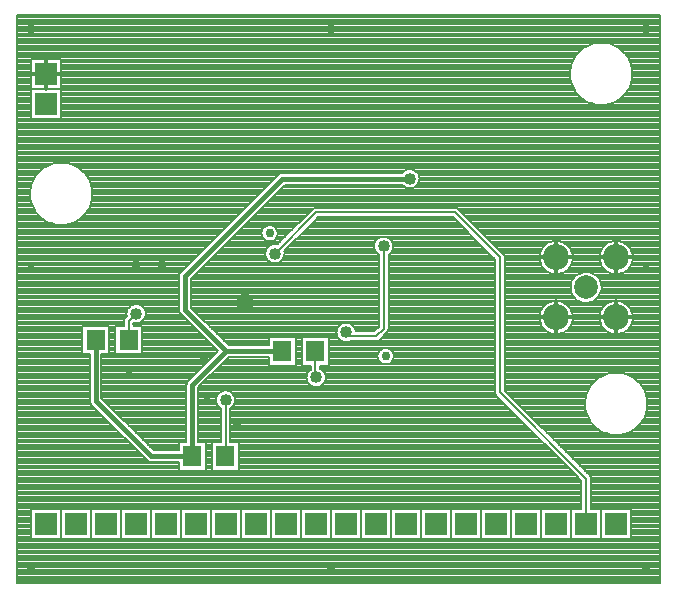
<source format=gbr>
G04 DipTrace 2.3.1.0*
%INBottom.gbr*%
%MOIN*%
%ADD14C,0.015*%
%ADD15C,0.008*%
%ADD16C,0.013*%
%ADD20R,0.063X0.0709*%
%ADD22R,0.075X0.075*%
%ADD23C,0.0787*%
%ADD24C,0.0866*%
%ADD25C,0.03*%
%ADD34C,0.0591*%
%ADD35C,0.04*%
%FSLAX44Y44*%
G04*
G70*
G90*
G75*
G01*
%LNBottom*%
%LPD*%
X16522Y12562D2*
D14*
Y10539D1*
X18375Y8687D1*
X19750D1*
X22750Y12187D2*
X20875D1*
X19750Y11062D1*
Y8687D1*
X20875Y12187D2*
X19500Y13562D1*
Y14687D1*
X22750Y17937D1*
X27000D1*
X22500Y15437D2*
D15*
X23875Y16812D1*
X28500D1*
X30000Y15312D1*
Y10812D1*
X32875Y7937D1*
Y6437D1*
X17625Y12562D2*
Y13187D1*
X17875Y13437D1*
X20852Y8687D2*
X20875D1*
Y10562D1*
X23852Y12187D2*
Y11335D1*
X23875Y11312D1*
X26125Y15687D2*
Y12937D1*
X25875Y12687D1*
X25000D1*
X24875Y12812D1*
D35*
X27000Y17937D3*
X22500Y15437D3*
X17875Y13437D3*
X20875Y10562D3*
X23875Y11312D3*
X26125Y15687D3*
X24875Y12812D3*
X13923Y23318D2*
D15*
X35327D1*
X13923Y23240D2*
X35327D1*
X13923Y23161D2*
X35327D1*
X13923Y23082D2*
X35327D1*
X13923Y23004D2*
X35327D1*
X13923Y22925D2*
X35327D1*
X13923Y22846D2*
X35327D1*
X13923Y22768D2*
X35327D1*
X13923Y22689D2*
X35327D1*
X13923Y22610D2*
X35327D1*
X13923Y22531D2*
X35327D1*
X13923Y22453D2*
X33138D1*
X33611D2*
X35327D1*
X13923Y22374D2*
X32912D1*
X33837D2*
X35327D1*
X13923Y22295D2*
X32777D1*
X33972D2*
X35327D1*
X13923Y22217D2*
X32676D1*
X34073D2*
X35327D1*
X13923Y22138D2*
X32597D1*
X34152D2*
X35327D1*
X13923Y22059D2*
X32532D1*
X34217D2*
X35327D1*
X13923Y21981D2*
X32478D1*
X34271D2*
X35327D1*
X13923Y21902D2*
X14368D1*
X15381D2*
X32435D1*
X34314D2*
X35327D1*
X13923Y21823D2*
X14368D1*
X15381D2*
X32400D1*
X34349D2*
X35327D1*
X13923Y21745D2*
X14368D1*
X15381D2*
X32372D1*
X34377D2*
X35327D1*
X13923Y21666D2*
X14368D1*
X15381D2*
X32351D1*
X34398D2*
X35327D1*
X13923Y21587D2*
X14368D1*
X15381D2*
X32336D1*
X34413D2*
X35327D1*
X13923Y21509D2*
X14368D1*
X15381D2*
X32328D1*
X34421D2*
X35327D1*
X13923Y21430D2*
X14368D1*
X15381D2*
X32326D1*
X34423D2*
X35327D1*
X13923Y21351D2*
X14368D1*
X15381D2*
X32328D1*
X34421D2*
X35327D1*
X13923Y21272D2*
X14368D1*
X15381D2*
X32338D1*
X34411D2*
X35327D1*
X13923Y21194D2*
X14368D1*
X15381D2*
X32355D1*
X34394D2*
X35327D1*
X13923Y21115D2*
X14368D1*
X15381D2*
X32376D1*
X34373D2*
X35327D1*
X13923Y21036D2*
X14368D1*
X15381D2*
X32406D1*
X34343D2*
X35327D1*
X13923Y20958D2*
X14368D1*
X15381D2*
X32442D1*
X34307D2*
X35327D1*
X13923Y20879D2*
X14368D1*
X15381D2*
X32487D1*
X34262D2*
X35327D1*
X13923Y20800D2*
X14368D1*
X15381D2*
X32542D1*
X34207D2*
X35327D1*
X13923Y20722D2*
X14368D1*
X15381D2*
X32610D1*
X34139D2*
X35327D1*
X13923Y20643D2*
X14368D1*
X15381D2*
X32693D1*
X34056D2*
X35327D1*
X13923Y20564D2*
X14368D1*
X15381D2*
X32798D1*
X33951D2*
X35327D1*
X13923Y20486D2*
X14368D1*
X15381D2*
X32943D1*
X33806D2*
X35327D1*
X13923Y20407D2*
X14368D1*
X15381D2*
X33215D1*
X33534D2*
X35327D1*
X13923Y20328D2*
X14368D1*
X15381D2*
X35327D1*
X13923Y20250D2*
X14368D1*
X15381D2*
X35327D1*
X13923Y20171D2*
X14368D1*
X15381D2*
X35327D1*
X13923Y20092D2*
X14368D1*
X15381D2*
X35327D1*
X13923Y20013D2*
X14368D1*
X15381D2*
X35327D1*
X13923Y19935D2*
X35327D1*
X13923Y19856D2*
X35327D1*
X13923Y19777D2*
X35327D1*
X13923Y19699D2*
X35327D1*
X13923Y19620D2*
X35327D1*
X13923Y19541D2*
X35327D1*
X13923Y19463D2*
X35327D1*
X13923Y19384D2*
X35327D1*
X13923Y19305D2*
X35327D1*
X13923Y19227D2*
X35327D1*
X13923Y19148D2*
X35327D1*
X13923Y19069D2*
X35327D1*
X13923Y18991D2*
X35327D1*
X13923Y18912D2*
X35327D1*
X13923Y18833D2*
X35327D1*
X13923Y18754D2*
X35327D1*
X13923Y18676D2*
X35327D1*
X13923Y18597D2*
X35327D1*
X13923Y18518D2*
X35327D1*
X13923Y18440D2*
X15086D1*
X15663D2*
X35327D1*
X13923Y18361D2*
X14887D1*
X15862D2*
X35327D1*
X13923Y18282D2*
X14758D1*
X15991D2*
X35327D1*
X13923Y18204D2*
X14662D1*
X16087D2*
X26810D1*
X27189D2*
X35327D1*
X13923Y18125D2*
X14585D1*
X16164D2*
X22678D1*
X27271D2*
X35327D1*
X13923Y18046D2*
X14522D1*
X16227D2*
X22571D1*
X27312D2*
X35327D1*
X13923Y17968D2*
X14471D1*
X16278D2*
X22492D1*
X27329D2*
X35327D1*
X13923Y17889D2*
X14428D1*
X16321D2*
X22413D1*
X27327D2*
X35327D1*
X13923Y17810D2*
X14395D1*
X16354D2*
X22335D1*
X27304D2*
X35327D1*
X13923Y17731D2*
X14368D1*
X16381D2*
X22256D1*
X22832D2*
X26742D1*
X27257D2*
X35327D1*
X13923Y17653D2*
X14348D1*
X16401D2*
X22177D1*
X22753D2*
X26838D1*
X27161D2*
X35327D1*
X13923Y17574D2*
X14335D1*
X16414D2*
X22098D1*
X22674D2*
X35327D1*
X13923Y17495D2*
X14327D1*
X16422D2*
X22020D1*
X22596D2*
X35327D1*
X13923Y17417D2*
X14326D1*
X16423D2*
X21941D1*
X22517D2*
X35327D1*
X13923Y17338D2*
X14330D1*
X16419D2*
X21862D1*
X22438D2*
X35327D1*
X13923Y17259D2*
X14341D1*
X16408D2*
X21783D1*
X22359D2*
X35327D1*
X13923Y17181D2*
X14357D1*
X16392D2*
X21705D1*
X22282D2*
X35327D1*
X13923Y17102D2*
X14381D1*
X16368D2*
X21626D1*
X22203D2*
X35327D1*
X13923Y17023D2*
X14411D1*
X16338D2*
X21547D1*
X22124D2*
X35327D1*
X13923Y16945D2*
X14450D1*
X16299D2*
X21468D1*
X22046D2*
X23772D1*
X28602D2*
X35327D1*
X13923Y16866D2*
X14496D1*
X16253D2*
X21391D1*
X21967D2*
X23690D1*
X28684D2*
X35327D1*
X13923Y16787D2*
X14553D1*
X16196D2*
X21312D1*
X21888D2*
X23611D1*
X28763D2*
X35327D1*
X13923Y16709D2*
X14622D1*
X16127D2*
X21233D1*
X21809D2*
X23532D1*
X28842D2*
X35327D1*
X13923Y16630D2*
X14708D1*
X16041D2*
X21155D1*
X21731D2*
X23453D1*
X23931D2*
X28443D1*
X28921D2*
X35327D1*
X13923Y16551D2*
X14820D1*
X15929D2*
X21076D1*
X21652D2*
X23375D1*
X23852D2*
X28522D1*
X28999D2*
X35327D1*
X13923Y16472D2*
X14975D1*
X15774D2*
X20997D1*
X21573D2*
X23296D1*
X23773D2*
X28601D1*
X29078D2*
X35327D1*
X13923Y16394D2*
X20918D1*
X21494D2*
X23217D1*
X23694D2*
X28680D1*
X29157D2*
X35327D1*
X13923Y16315D2*
X20840D1*
X21416D2*
X22123D1*
X22519D2*
X23138D1*
X23616D2*
X28758D1*
X29236D2*
X35327D1*
X13923Y16236D2*
X20761D1*
X21337D2*
X22067D1*
X22576D2*
X23061D1*
X23538D2*
X28836D1*
X29313D2*
X35327D1*
X13923Y16158D2*
X20682D1*
X21258D2*
X22043D1*
X22599D2*
X22982D1*
X23459D2*
X28915D1*
X29392D2*
X35327D1*
X13923Y16079D2*
X20603D1*
X21179D2*
X22043D1*
X22599D2*
X22903D1*
X23381D2*
X28993D1*
X29471D2*
X35327D1*
X13923Y16000D2*
X20525D1*
X21101D2*
X22067D1*
X22576D2*
X22825D1*
X23302D2*
X26038D1*
X26211D2*
X29072D1*
X29549D2*
X35327D1*
X13923Y15922D2*
X20446D1*
X21022D2*
X22125D1*
X22518D2*
X22746D1*
X23223D2*
X25895D1*
X26354D2*
X29151D1*
X29628D2*
X35327D1*
X13923Y15843D2*
X20367D1*
X20943D2*
X22667D1*
X23144D2*
X25833D1*
X26416D2*
X29230D1*
X29707D2*
X31701D1*
X32048D2*
X33701D1*
X34048D2*
X35327D1*
X13923Y15764D2*
X20288D1*
X20864D2*
X22588D1*
X23066D2*
X25803D1*
X26446D2*
X29308D1*
X29786D2*
X31543D1*
X32206D2*
X33543D1*
X34206D2*
X35327D1*
X13923Y15686D2*
X20210D1*
X20786D2*
X22285D1*
X22987D2*
X25793D1*
X26456D2*
X29387D1*
X29864D2*
X31455D1*
X32294D2*
X33455D1*
X34294D2*
X35327D1*
X13923Y15607D2*
X20131D1*
X20708D2*
X22217D1*
X22908D2*
X25803D1*
X26446D2*
X29466D1*
X29943D2*
X31395D1*
X32354D2*
X33395D1*
X34354D2*
X35327D1*
X13923Y15528D2*
X20052D1*
X20629D2*
X22182D1*
X22829D2*
X25835D1*
X26414D2*
X29545D1*
X30022D2*
X31355D1*
X32394D2*
X33355D1*
X34394D2*
X35327D1*
X13923Y15450D2*
X19973D1*
X20551D2*
X22168D1*
X22831D2*
X25897D1*
X26352D2*
X29623D1*
X30101D2*
X31327D1*
X32422D2*
X33327D1*
X34422D2*
X35327D1*
X13923Y15371D2*
X19895D1*
X20472D2*
X22176D1*
X22823D2*
X25953D1*
X26296D2*
X29702D1*
X30159D2*
X31313D1*
X32436D2*
X33313D1*
X34436D2*
X35327D1*
X13923Y15292D2*
X19817D1*
X20393D2*
X22202D1*
X22797D2*
X25953D1*
X26296D2*
X29781D1*
X30171D2*
X31311D1*
X32438D2*
X33311D1*
X34438D2*
X35327D1*
X13923Y15213D2*
X19738D1*
X20314D2*
X22258D1*
X22741D2*
X25953D1*
X26296D2*
X29828D1*
X30171D2*
X31320D1*
X32429D2*
X33320D1*
X34429D2*
X35327D1*
X13923Y15135D2*
X19660D1*
X20236D2*
X22377D1*
X22622D2*
X25953D1*
X26296D2*
X29828D1*
X30171D2*
X31340D1*
X32409D2*
X33340D1*
X34409D2*
X35327D1*
X13923Y15056D2*
X19581D1*
X20157D2*
X25953D1*
X26296D2*
X29828D1*
X30171D2*
X31372D1*
X32377D2*
X33372D1*
X34377D2*
X35327D1*
X13923Y14977D2*
X19502D1*
X20078D2*
X25953D1*
X26296D2*
X29828D1*
X30171D2*
X31422D1*
X32327D2*
X33422D1*
X34327D2*
X35327D1*
X13923Y14899D2*
X19423D1*
X19999D2*
X25953D1*
X26296D2*
X29828D1*
X30171D2*
X31495D1*
X32254D2*
X33495D1*
X34254D2*
X35327D1*
X13923Y14820D2*
X19345D1*
X19921D2*
X25953D1*
X26296D2*
X29828D1*
X30171D2*
X31607D1*
X32142D2*
X32772D1*
X32977D2*
X33607D1*
X34142D2*
X35327D1*
X13923Y14741D2*
X19301D1*
X19842D2*
X25953D1*
X26296D2*
X29828D1*
X30171D2*
X32578D1*
X33171D2*
X35327D1*
X13923Y14663D2*
X19293D1*
X19763D2*
X25953D1*
X26296D2*
X29828D1*
X30171D2*
X32487D1*
X33262D2*
X35327D1*
X13923Y14584D2*
X19293D1*
X19706D2*
X25953D1*
X26296D2*
X29828D1*
X30171D2*
X32427D1*
X33322D2*
X35327D1*
X13923Y14505D2*
X19293D1*
X19706D2*
X25953D1*
X26296D2*
X29828D1*
X30171D2*
X32387D1*
X33362D2*
X35327D1*
X13923Y14427D2*
X19293D1*
X19706D2*
X25953D1*
X26296D2*
X29828D1*
X30171D2*
X32362D1*
X33387D2*
X35327D1*
X13923Y14348D2*
X19293D1*
X19706D2*
X25953D1*
X26296D2*
X29828D1*
X30171D2*
X32351D1*
X33398D2*
X35327D1*
X13923Y14269D2*
X19293D1*
X19706D2*
X25953D1*
X26296D2*
X29828D1*
X30171D2*
X32352D1*
X33397D2*
X35327D1*
X13923Y14191D2*
X19293D1*
X19706D2*
X25953D1*
X26296D2*
X29828D1*
X30171D2*
X32365D1*
X33384D2*
X35327D1*
X13923Y14112D2*
X19293D1*
X19706D2*
X25953D1*
X26296D2*
X29828D1*
X30171D2*
X32390D1*
X33359D2*
X35327D1*
X13923Y14033D2*
X19293D1*
X19706D2*
X25953D1*
X26296D2*
X29828D1*
X30171D2*
X32431D1*
X33318D2*
X35327D1*
X13923Y13954D2*
X19293D1*
X19706D2*
X25953D1*
X26296D2*
X29828D1*
X30171D2*
X32493D1*
X33256D2*
X35327D1*
X13923Y13876D2*
X19293D1*
X19706D2*
X25953D1*
X26296D2*
X29828D1*
X30171D2*
X32590D1*
X33159D2*
X35327D1*
X13923Y13797D2*
X19293D1*
X19706D2*
X25953D1*
X26296D2*
X29828D1*
X30171D2*
X31595D1*
X32154D2*
X32822D1*
X32927D2*
X33595D1*
X34154D2*
X35327D1*
X13923Y13718D2*
X17708D1*
X18041D2*
X19293D1*
X19706D2*
X25953D1*
X26296D2*
X29828D1*
X30171D2*
X31487D1*
X32262D2*
X33487D1*
X34262D2*
X35327D1*
X13923Y13640D2*
X17615D1*
X18134D2*
X19293D1*
X19709D2*
X25953D1*
X26296D2*
X29828D1*
X30171D2*
X31417D1*
X32332D2*
X33417D1*
X34332D2*
X35327D1*
X13923Y13561D2*
X17568D1*
X18181D2*
X19293D1*
X19788D2*
X25953D1*
X26296D2*
X29828D1*
X30171D2*
X31370D1*
X32379D2*
X33370D1*
X34379D2*
X35327D1*
X13923Y13482D2*
X17547D1*
X18202D2*
X19310D1*
X19867D2*
X25953D1*
X26296D2*
X29828D1*
X30171D2*
X31337D1*
X32412D2*
X33337D1*
X34412D2*
X35327D1*
X13923Y13404D2*
X17545D1*
X18204D2*
X19370D1*
X19946D2*
X25953D1*
X26296D2*
X29828D1*
X30171D2*
X31318D1*
X32431D2*
X33318D1*
X34431D2*
X35327D1*
X13923Y13325D2*
X17523D1*
X18186D2*
X19448D1*
X20024D2*
X25953D1*
X26296D2*
X29828D1*
X30171D2*
X31311D1*
X32438D2*
X33311D1*
X34438D2*
X35327D1*
X13923Y13246D2*
X17465D1*
X18143D2*
X19527D1*
X20103D2*
X25953D1*
X26296D2*
X29828D1*
X30171D2*
X31315D1*
X32434D2*
X33315D1*
X34434D2*
X35327D1*
X13923Y13168D2*
X17453D1*
X18061D2*
X19606D1*
X20182D2*
X25953D1*
X26296D2*
X29828D1*
X30171D2*
X31330D1*
X32419D2*
X33330D1*
X34419D2*
X35327D1*
X13923Y13089D2*
X17453D1*
X17796D2*
X19685D1*
X20261D2*
X24700D1*
X25049D2*
X25953D1*
X26296D2*
X29828D1*
X30171D2*
X31357D1*
X32392D2*
X33357D1*
X34392D2*
X35327D1*
X13923Y13010D2*
X16076D1*
X16968D2*
X17178D1*
X18071D2*
X19763D1*
X20339D2*
X24611D1*
X25138D2*
X25953D1*
X26296D2*
X29828D1*
X30171D2*
X31400D1*
X32349D2*
X33400D1*
X34349D2*
X35327D1*
X13923Y12932D2*
X16076D1*
X16968D2*
X17178D1*
X18071D2*
X19842D1*
X20418D2*
X24566D1*
X25183D2*
X25881D1*
X26296D2*
X29828D1*
X30171D2*
X31461D1*
X32288D2*
X33461D1*
X34288D2*
X35327D1*
X13923Y12853D2*
X16076D1*
X16968D2*
X17178D1*
X18071D2*
X19921D1*
X20497D2*
X24546D1*
X25203D2*
X25802D1*
X26272D2*
X29828D1*
X30171D2*
X31552D1*
X32197D2*
X33552D1*
X34197D2*
X35327D1*
X13923Y12774D2*
X16076D1*
X16968D2*
X17178D1*
X18071D2*
X20000D1*
X20576D2*
X24546D1*
X26201D2*
X29828D1*
X30171D2*
X31725D1*
X32024D2*
X33725D1*
X34024D2*
X35327D1*
X13923Y12695D2*
X16076D1*
X16968D2*
X17178D1*
X18071D2*
X20078D1*
X20654D2*
X24565D1*
X26122D2*
X29828D1*
X30171D2*
X35327D1*
X13923Y12617D2*
X16076D1*
X16968D2*
X17178D1*
X18071D2*
X20157D1*
X20733D2*
X22303D1*
X23196D2*
X23406D1*
X24298D2*
X24610D1*
X26043D2*
X29828D1*
X30171D2*
X35327D1*
X13923Y12538D2*
X16076D1*
X16968D2*
X17178D1*
X18071D2*
X20236D1*
X20812D2*
X22303D1*
X23196D2*
X23406D1*
X24298D2*
X24695D1*
X25949D2*
X29828D1*
X30171D2*
X35327D1*
X13923Y12459D2*
X16076D1*
X16968D2*
X17178D1*
X18071D2*
X20313D1*
X20891D2*
X22303D1*
X23196D2*
X23406D1*
X24298D2*
X29828D1*
X30171D2*
X35327D1*
X13923Y12381D2*
X16076D1*
X16968D2*
X17178D1*
X18071D2*
X20392D1*
X23196D2*
X23406D1*
X24298D2*
X29828D1*
X30171D2*
X35327D1*
X13923Y12302D2*
X16076D1*
X16968D2*
X17178D1*
X18071D2*
X20471D1*
X23196D2*
X23406D1*
X24298D2*
X29828D1*
X30171D2*
X35327D1*
X13923Y12223D2*
X16076D1*
X16968D2*
X17178D1*
X18071D2*
X20550D1*
X23196D2*
X23406D1*
X24298D2*
X26001D1*
X26382D2*
X29828D1*
X30171D2*
X35327D1*
X13923Y12145D2*
X16076D1*
X16968D2*
X17178D1*
X18071D2*
X20545D1*
X23196D2*
X23406D1*
X24298D2*
X25940D1*
X26442D2*
X29828D1*
X30171D2*
X35327D1*
X13923Y12066D2*
X16316D1*
X16728D2*
X20466D1*
X23196D2*
X23406D1*
X24298D2*
X25913D1*
X26468D2*
X29828D1*
X30171D2*
X35327D1*
X13923Y11987D2*
X16316D1*
X16728D2*
X20387D1*
X20963D2*
X22303D1*
X23196D2*
X23406D1*
X24298D2*
X25912D1*
X26471D2*
X29828D1*
X30171D2*
X35327D1*
X13923Y11909D2*
X16316D1*
X16728D2*
X20308D1*
X20884D2*
X22303D1*
X23196D2*
X23406D1*
X24298D2*
X25935D1*
X26448D2*
X29828D1*
X30171D2*
X35327D1*
X13923Y11830D2*
X16316D1*
X16728D2*
X20230D1*
X20806D2*
X22303D1*
X23196D2*
X23406D1*
X24298D2*
X25987D1*
X26394D2*
X29828D1*
X30171D2*
X35327D1*
X13923Y11751D2*
X16316D1*
X16728D2*
X20151D1*
X20727D2*
X22303D1*
X23196D2*
X23406D1*
X24298D2*
X26137D1*
X26246D2*
X29828D1*
X30171D2*
X35327D1*
X13923Y11673D2*
X16316D1*
X16728D2*
X20072D1*
X20648D2*
X23681D1*
X24023D2*
X29828D1*
X30171D2*
X35327D1*
X13923Y11594D2*
X16316D1*
X16728D2*
X19993D1*
X20569D2*
X23681D1*
X24041D2*
X29828D1*
X30171D2*
X35327D1*
X13923Y11515D2*
X16316D1*
X16728D2*
X19915D1*
X20491D2*
X23616D1*
X24133D2*
X29828D1*
X30171D2*
X35327D1*
X13923Y11436D2*
X16316D1*
X16728D2*
X19836D1*
X20412D2*
X23568D1*
X24181D2*
X29828D1*
X30171D2*
X33575D1*
X34174D2*
X35327D1*
X13923Y11358D2*
X16316D1*
X16728D2*
X19757D1*
X20333D2*
X23547D1*
X24202D2*
X29828D1*
X30171D2*
X33381D1*
X34368D2*
X35327D1*
X13923Y11279D2*
X16316D1*
X16728D2*
X19678D1*
X20254D2*
X23545D1*
X24204D2*
X29828D1*
X30171D2*
X33255D1*
X34494D2*
X35327D1*
X13923Y11200D2*
X16316D1*
X16728D2*
X19600D1*
X20176D2*
X23563D1*
X24186D2*
X29828D1*
X30171D2*
X33158D1*
X34591D2*
X35327D1*
X13923Y11122D2*
X16316D1*
X16728D2*
X19552D1*
X20097D2*
X23606D1*
X24143D2*
X29828D1*
X30171D2*
X33082D1*
X34667D2*
X35327D1*
X13923Y11043D2*
X16316D1*
X16728D2*
X19543D1*
X20018D2*
X23687D1*
X24062D2*
X29828D1*
X30171D2*
X33020D1*
X34729D2*
X35327D1*
X13923Y10964D2*
X16316D1*
X16728D2*
X19543D1*
X19956D2*
X29828D1*
X30171D2*
X32968D1*
X34781D2*
X35327D1*
X13923Y10886D2*
X16316D1*
X16728D2*
X19543D1*
X19956D2*
X29828D1*
X30171D2*
X32927D1*
X34822D2*
X35327D1*
X13923Y10807D2*
X16316D1*
X16728D2*
X19543D1*
X19956D2*
X20633D1*
X21071D2*
X29828D1*
X30243D2*
X32893D1*
X34856D2*
X35327D1*
X13923Y10728D2*
X16316D1*
X16728D2*
X19543D1*
X19956D2*
X20567D1*
X21137D2*
X29852D1*
X30322D2*
X32867D1*
X34882D2*
X35327D1*
X13923Y10650D2*
X16316D1*
X16728D2*
X19543D1*
X19956D2*
X20533D1*
X21171D2*
X29923D1*
X30401D2*
X32847D1*
X34902D2*
X35327D1*
X13923Y10571D2*
X16316D1*
X16778D2*
X19543D1*
X19956D2*
X20521D1*
X21183D2*
X30002D1*
X30479D2*
X32833D1*
X34916D2*
X35327D1*
X13923Y10492D2*
X16322D1*
X16857D2*
X19543D1*
X19956D2*
X20528D1*
X21176D2*
X30081D1*
X30558D2*
X32827D1*
X34922D2*
X35327D1*
X13923Y10414D2*
X16361D1*
X16936D2*
X19543D1*
X19956D2*
X20557D1*
X21147D2*
X30160D1*
X30637D2*
X32826D1*
X34923D2*
X35327D1*
X13923Y10335D2*
X16438D1*
X17014D2*
X19543D1*
X19956D2*
X20615D1*
X21089D2*
X30238D1*
X30716D2*
X32831D1*
X34918D2*
X35327D1*
X13923Y10256D2*
X16517D1*
X17093D2*
X19543D1*
X19956D2*
X20681D1*
X21023D2*
X30317D1*
X30794D2*
X32841D1*
X34908D2*
X35327D1*
X13923Y10177D2*
X16596D1*
X17172D2*
X19543D1*
X19956D2*
X20681D1*
X21023D2*
X30396D1*
X30873D2*
X32858D1*
X34891D2*
X35327D1*
X13923Y10099D2*
X16675D1*
X17251D2*
X19543D1*
X19956D2*
X20681D1*
X21023D2*
X30475D1*
X30952D2*
X32882D1*
X34867D2*
X35327D1*
X13923Y10020D2*
X16753D1*
X17329D2*
X19543D1*
X19956D2*
X20681D1*
X21023D2*
X30553D1*
X31031D2*
X32912D1*
X34837D2*
X35327D1*
X13923Y9941D2*
X16832D1*
X17408D2*
X19543D1*
X19956D2*
X20681D1*
X21023D2*
X30631D1*
X31108D2*
X32951D1*
X34798D2*
X35327D1*
X13923Y9863D2*
X16911D1*
X17487D2*
X19543D1*
X19956D2*
X20681D1*
X21023D2*
X30710D1*
X31187D2*
X32998D1*
X34751D2*
X35327D1*
X13923Y9784D2*
X16990D1*
X17566D2*
X19543D1*
X19956D2*
X20681D1*
X21023D2*
X30788D1*
X31266D2*
X33056D1*
X34693D2*
X35327D1*
X13923Y9705D2*
X17068D1*
X17644D2*
X19543D1*
X19956D2*
X20681D1*
X21023D2*
X30867D1*
X31344D2*
X33126D1*
X34623D2*
X35327D1*
X13923Y9627D2*
X17147D1*
X17723D2*
X19543D1*
X19956D2*
X20681D1*
X21023D2*
X30946D1*
X31423D2*
X33212D1*
X34537D2*
X35327D1*
X13923Y9548D2*
X17226D1*
X17802D2*
X19543D1*
X19956D2*
X20681D1*
X21023D2*
X31025D1*
X31502D2*
X33325D1*
X34424D2*
X35327D1*
X13923Y9469D2*
X17305D1*
X17881D2*
X19543D1*
X19956D2*
X20681D1*
X21023D2*
X31103D1*
X31581D2*
X33482D1*
X34267D2*
X35327D1*
X13923Y9391D2*
X17383D1*
X17959D2*
X19543D1*
X19956D2*
X20681D1*
X21023D2*
X31182D1*
X31659D2*
X35327D1*
X13923Y9312D2*
X17461D1*
X18038D2*
X19543D1*
X19956D2*
X20681D1*
X21023D2*
X31261D1*
X31738D2*
X35327D1*
X13923Y9233D2*
X17540D1*
X18117D2*
X19543D1*
X19956D2*
X20681D1*
X21023D2*
X31340D1*
X31817D2*
X35327D1*
X13923Y9155D2*
X17618D1*
X18196D2*
X19303D1*
X20196D2*
X20406D1*
X21298D2*
X31418D1*
X31896D2*
X35327D1*
X13923Y9076D2*
X17697D1*
X18274D2*
X19303D1*
X20196D2*
X20406D1*
X21298D2*
X31497D1*
X31974D2*
X35327D1*
X13923Y8997D2*
X17776D1*
X18352D2*
X19303D1*
X20196D2*
X20406D1*
X21298D2*
X31576D1*
X32053D2*
X35327D1*
X13923Y8918D2*
X17855D1*
X18431D2*
X19303D1*
X20196D2*
X20406D1*
X21298D2*
X31655D1*
X32132D2*
X35327D1*
X13923Y8840D2*
X17933D1*
X20196D2*
X20406D1*
X21298D2*
X31733D1*
X32211D2*
X35327D1*
X13923Y8761D2*
X18012D1*
X20196D2*
X20406D1*
X21298D2*
X31812D1*
X32289D2*
X35327D1*
X13923Y8682D2*
X18091D1*
X20196D2*
X20406D1*
X21298D2*
X31891D1*
X32368D2*
X35327D1*
X13923Y8604D2*
X18170D1*
X20196D2*
X20406D1*
X21298D2*
X31970D1*
X32447D2*
X35327D1*
X13923Y8525D2*
X18252D1*
X20196D2*
X20406D1*
X21298D2*
X32048D1*
X32526D2*
X35327D1*
X13923Y8446D2*
X19303D1*
X20196D2*
X20406D1*
X21298D2*
X32127D1*
X32604D2*
X35327D1*
X13923Y8368D2*
X19303D1*
X20196D2*
X20406D1*
X21298D2*
X32205D1*
X32682D2*
X35327D1*
X13923Y8289D2*
X19303D1*
X20196D2*
X20406D1*
X21298D2*
X32283D1*
X32761D2*
X35327D1*
X13923Y8210D2*
X19303D1*
X20196D2*
X20406D1*
X21298D2*
X32362D1*
X32839D2*
X35327D1*
X13923Y8132D2*
X32441D1*
X32918D2*
X35327D1*
X13923Y8053D2*
X32520D1*
X32997D2*
X35327D1*
X13923Y7974D2*
X32598D1*
X33042D2*
X35327D1*
X13923Y7896D2*
X32677D1*
X33046D2*
X35327D1*
X13923Y7817D2*
X32703D1*
X33046D2*
X35327D1*
X13923Y7738D2*
X32703D1*
X33046D2*
X35327D1*
X13923Y7659D2*
X32703D1*
X33046D2*
X35327D1*
X13923Y7581D2*
X32703D1*
X33046D2*
X35327D1*
X13923Y7502D2*
X32703D1*
X33046D2*
X35327D1*
X13923Y7423D2*
X32703D1*
X33046D2*
X35327D1*
X13923Y7345D2*
X32703D1*
X33046D2*
X35327D1*
X13923Y7266D2*
X32703D1*
X33046D2*
X35327D1*
X13923Y7187D2*
X32703D1*
X33046D2*
X35327D1*
X13923Y7109D2*
X32703D1*
X33046D2*
X35327D1*
X13923Y7030D2*
X32703D1*
X33046D2*
X35327D1*
X13923Y6951D2*
X32703D1*
X33046D2*
X35327D1*
X13923Y6873D2*
X14368D1*
X34381D2*
X35327D1*
X13923Y6794D2*
X14368D1*
X34381D2*
X35327D1*
X13923Y6715D2*
X14368D1*
X34381D2*
X35327D1*
X13923Y6637D2*
X14368D1*
X34381D2*
X35327D1*
X13923Y6558D2*
X14368D1*
X34381D2*
X35327D1*
X13923Y6479D2*
X14368D1*
X34381D2*
X35327D1*
X13923Y6400D2*
X14368D1*
X34381D2*
X35327D1*
X13923Y6322D2*
X14368D1*
X34381D2*
X35327D1*
X13923Y6243D2*
X14368D1*
X34381D2*
X35327D1*
X13923Y6164D2*
X14368D1*
X34381D2*
X35327D1*
X13923Y6086D2*
X14368D1*
X34381D2*
X35327D1*
X13923Y6007D2*
X14368D1*
X34381D2*
X35327D1*
X13923Y5928D2*
X35327D1*
X13923Y5850D2*
X35327D1*
X13923Y5771D2*
X35327D1*
X13923Y5692D2*
X35327D1*
X13923Y5614D2*
X35327D1*
X13923Y5535D2*
X35327D1*
X13923Y5456D2*
X35327D1*
X13923Y5378D2*
X35327D1*
X13923Y5299D2*
X35327D1*
X13923Y5220D2*
X35327D1*
X13923Y5141D2*
X35327D1*
X13923Y5063D2*
X35327D1*
X13923Y4984D2*
X35327D1*
X13923Y4905D2*
X35327D1*
X13923Y4827D2*
X35327D1*
X13923Y4748D2*
X35327D1*
X13923Y4669D2*
X35327D1*
X13923Y4591D2*
X35327D1*
X13923Y4512D2*
X35327D1*
X22351Y12665D2*
X23188D1*
Y11709D1*
X22311D1*
X22310Y11989D1*
X20956D1*
X19948Y10980D1*
Y9163D1*
X20031Y9165D1*
X20188D1*
Y8209D1*
X19311D1*
X19310Y8489D1*
X18375D1*
X18335Y8493D1*
X18297Y8505D1*
X18262Y8524D1*
X18234Y8547D1*
X16382Y10399D1*
X16357Y10430D1*
X16338Y10466D1*
X16327Y10504D1*
X16324Y10539D1*
Y12086D1*
X16200Y12084D1*
X16084D1*
Y13040D1*
X16960D1*
Y12084D1*
X16719D1*
X16720Y12002D1*
Y10621D1*
X18457Y8884D1*
X19015Y8885D1*
X19311D1*
Y9165D1*
X19553D1*
X19551Y9247D1*
Y11062D1*
X19555Y11102D1*
X19567Y11140D1*
X19587Y11175D1*
X19609Y11202D1*
X20593Y12188D1*
X19359Y13422D1*
X19334Y13453D1*
X19316Y13488D1*
X19305Y13527D1*
X19301Y13562D1*
Y14687D1*
X19305Y14727D1*
X19317Y14765D1*
X19337Y14800D1*
X19359Y14827D1*
X22609Y18077D1*
X22640Y18102D1*
X22676Y18121D1*
X22714Y18132D1*
X22750Y18135D1*
X26743D1*
X26779Y18173D1*
X26810Y18199D1*
X26843Y18220D1*
X26879Y18237D1*
X26917Y18250D1*
X26957Y18257D1*
X26996Y18260D1*
X27036Y18258D1*
X27076Y18251D1*
X27114Y18239D1*
X27150Y18223D1*
X27184Y18202D1*
X27216Y18177D1*
X27244Y18149D1*
X27268Y18117D1*
X27288Y18082D1*
X27304Y18046D1*
X27315Y18007D1*
X27323Y17937D1*
X27320Y17897D1*
X27313Y17858D1*
X27301Y17820D1*
X27284Y17783D1*
X27263Y17750D1*
X27238Y17718D1*
X27209Y17691D1*
X27177Y17667D1*
X27142Y17647D1*
X27105Y17632D1*
X27067Y17621D1*
X27027Y17615D1*
X26987Y17614D1*
X26947Y17618D1*
X26908Y17627D1*
X26871Y17641D1*
X26835Y17659D1*
X26802Y17681D1*
X26772Y17707D1*
X26745Y17738D1*
X25000Y17739D1*
X22831D1*
X21702Y16609D1*
X19698Y14605D1*
Y13643D1*
X20828Y12514D1*
X20958Y12384D1*
X21435Y12385D1*
X22311D1*
Y12665D1*
X22351D1*
X23454D2*
X24290D1*
Y11709D1*
X24014D1*
X24015Y11627D1*
Y11603D1*
X24059Y11577D1*
X24091Y11552D1*
X24119Y11524D1*
X24143Y11492D1*
X24163Y11457D1*
X24179Y11421D1*
X24190Y11382D1*
X24198Y11312D1*
X24195Y11272D1*
X24188Y11233D1*
X24176Y11195D1*
X24159Y11158D1*
X24138Y11125D1*
X24113Y11093D1*
X24084Y11066D1*
X24052Y11042D1*
X24017Y11022D1*
X23980Y11007D1*
X23942Y10996D1*
X23902Y10990D1*
X23862Y10989D1*
X23822Y10993D1*
X23783Y11002D1*
X23746Y11016D1*
X23710Y11034D1*
X23677Y11056D1*
X23647Y11082D1*
X23620Y11112D1*
X23598Y11145D1*
X23579Y11181D1*
X23565Y11218D1*
X23556Y11257D1*
X23552Y11297D1*
Y11337D1*
X23558Y11376D1*
X23568Y11415D1*
X23583Y11452D1*
X23603Y11487D1*
X23626Y11519D1*
X23654Y11548D1*
X23690Y11577D1*
X23689Y11708D1*
X23414Y11709D1*
Y12665D1*
X23454D1*
X17226Y13040D2*
X17463D1*
X17461Y13122D1*
Y13187D1*
X17466Y13227D1*
X17481Y13264D1*
X17509Y13302D1*
X17561Y13355D1*
X17552Y13422D1*
Y13462D1*
X17558Y13501D1*
X17568Y13540D1*
X17583Y13577D1*
X17603Y13612D1*
X17626Y13644D1*
X17654Y13673D1*
X17685Y13699D1*
X17718Y13720D1*
X17754Y13737D1*
X17792Y13750D1*
X17832Y13757D1*
X17871Y13760D1*
X17911Y13758D1*
X17951Y13751D1*
X17989Y13739D1*
X18025Y13723D1*
X18059Y13702D1*
X18091Y13677D1*
X18119Y13649D1*
X18143Y13617D1*
X18163Y13582D1*
X18179Y13546D1*
X18190Y13507D1*
X18198Y13437D1*
X18195Y13397D1*
X18188Y13358D1*
X18176Y13320D1*
X18159Y13283D1*
X18138Y13250D1*
X18113Y13218D1*
X18084Y13191D1*
X18052Y13167D1*
X18017Y13147D1*
X17980Y13132D1*
X17942Y13121D1*
X17902Y13115D1*
X17862Y13114D1*
X17822Y13118D1*
X17792Y13124D1*
X17787Y13119D1*
X17788Y13038D1*
X18026Y13040D1*
X18063D1*
Y12084D1*
X17186D1*
Y13040D1*
X17226D1*
X20454Y9165D2*
X20690D1*
X20689Y9247D1*
X20688Y10284D1*
X20654Y10306D1*
X20624Y10332D1*
X20598Y10362D1*
X20575Y10395D1*
X20557Y10431D1*
X20543Y10468D1*
X20533Y10507D1*
X20529Y10547D1*
X20530Y10587D1*
X20535Y10626D1*
X20545Y10665D1*
X20560Y10702D1*
X20580Y10737D1*
X20604Y10769D1*
X20631Y10798D1*
X20662Y10824D1*
X20696Y10845D1*
X20732Y10862D1*
X20770Y10875D1*
X20809Y10882D1*
X20849Y10885D1*
X20889Y10883D1*
X20928Y10876D1*
X20966Y10864D1*
X21003Y10848D1*
X21037Y10827D1*
X21068Y10802D1*
X21096Y10774D1*
X21120Y10742D1*
X21141Y10707D1*
X21156Y10671D1*
X21167Y10632D1*
X21175Y10562D1*
X21173Y10522D1*
X21165Y10483D1*
X21153Y10445D1*
X21136Y10408D1*
X21115Y10375D1*
X21090Y10343D1*
X21061Y10316D1*
X21015Y10284D1*
Y9163D1*
X21254Y9165D1*
X21290D1*
Y8209D1*
X20414D1*
Y9165D1*
X20454D1*
X34415Y21397D2*
X34409Y21317D1*
X34397Y21238D1*
X34378Y21160D1*
X34354Y21084D1*
X34324Y21010D1*
X34289Y20938D1*
X34248Y20870D1*
X34202Y20804D1*
X34151Y20743D1*
X34095Y20685D1*
X34035Y20632D1*
X33971Y20584D1*
X33904Y20540D1*
X33834Y20502D1*
X33761Y20470D1*
X33685Y20443D1*
X33608Y20422D1*
X33530Y20407D1*
X33450Y20398D1*
X33370Y20396D1*
X33290Y20399D1*
X33211Y20409D1*
X33132Y20424D1*
X33055Y20446D1*
X32980Y20473D1*
X32907Y20506D1*
X32837Y20545D1*
X32771Y20589D1*
X32707Y20638D1*
X32648Y20691D1*
X32593Y20749D1*
X32542Y20811D1*
X32497Y20877D1*
X32456Y20946D1*
X32421Y21018D1*
X32392Y21092D1*
X32368Y21169D1*
X32351Y21247D1*
X32339Y21326D1*
X32334Y21406D1*
Y21486D1*
X32341Y21565D1*
X32354Y21644D1*
X32373Y21722D1*
X32398Y21798D1*
X32428Y21872D1*
X32465Y21943D1*
X32506Y22012D1*
X32553Y22077D1*
X32604Y22138D1*
X32660Y22195D1*
X32721Y22247D1*
X32785Y22295D1*
X32852Y22338D1*
X32923Y22375D1*
X32996Y22407D1*
X33072Y22433D1*
X33149Y22454D1*
X33228Y22468D1*
X33307Y22476D1*
X33387Y22478D1*
X33467Y22474D1*
X33547Y22464D1*
X33625Y22448D1*
X33702Y22426D1*
X33777Y22398D1*
X33849Y22364D1*
X33919Y22325D1*
X33985Y22280D1*
X34048Y22231D1*
X34107Y22177D1*
X34162Y22118D1*
X34212Y22056D1*
X34257Y21990D1*
X34297Y21920D1*
X34331Y21848D1*
X34360Y21774D1*
X34383Y21697D1*
X34400Y21619D1*
X34411Y21540D1*
X34416Y21437D1*
X34415Y21397D1*
X16415Y17397D2*
X16409Y17317D1*
X16397Y17238D1*
X16378Y17160D1*
X16354Y17084D1*
X16324Y17010D1*
X16289Y16938D1*
X16248Y16870D1*
X16202Y16804D1*
X16151Y16743D1*
X16095Y16685D1*
X16035Y16632D1*
X15971Y16584D1*
X15904Y16540D1*
X15834Y16502D1*
X15761Y16470D1*
X15685Y16443D1*
X15608Y16422D1*
X15530Y16407D1*
X15450Y16398D1*
X15370Y16396D1*
X15290Y16399D1*
X15211Y16409D1*
X15132Y16424D1*
X15055Y16446D1*
X14980Y16473D1*
X14907Y16506D1*
X14837Y16545D1*
X14771Y16589D1*
X14707Y16638D1*
X14648Y16691D1*
X14593Y16749D1*
X14542Y16811D1*
X14497Y16877D1*
X14456Y16946D1*
X14421Y17018D1*
X14392Y17092D1*
X14368Y17169D1*
X14351Y17247D1*
X14339Y17326D1*
X14334Y17406D1*
Y17486D1*
X14341Y17565D1*
X14354Y17644D1*
X14373Y17722D1*
X14398Y17798D1*
X14428Y17872D1*
X14465Y17943D1*
X14506Y18012D1*
X14553Y18077D1*
X14604Y18138D1*
X14660Y18195D1*
X14721Y18247D1*
X14785Y18295D1*
X14852Y18338D1*
X14923Y18375D1*
X14996Y18407D1*
X15072Y18433D1*
X15149Y18454D1*
X15228Y18468D1*
X15307Y18476D1*
X15387Y18478D1*
X15467Y18474D1*
X15547Y18464D1*
X15625Y18448D1*
X15702Y18426D1*
X15777Y18398D1*
X15849Y18364D1*
X15919Y18325D1*
X15985Y18280D1*
X16048Y18231D1*
X16107Y18177D1*
X16162Y18118D1*
X16212Y18056D1*
X16257Y17990D1*
X16297Y17920D1*
X16331Y17848D1*
X16360Y17774D1*
X16383Y17697D1*
X16400Y17619D1*
X16411Y17540D1*
X16416Y17437D1*
X16415Y17397D1*
X34915Y10397D2*
X34909Y10317D1*
X34897Y10238D1*
X34878Y10160D1*
X34854Y10084D1*
X34824Y10010D1*
X34789Y9938D1*
X34748Y9870D1*
X34702Y9804D1*
X34651Y9743D1*
X34595Y9685D1*
X34535Y9632D1*
X34471Y9584D1*
X34404Y9540D1*
X34334Y9502D1*
X34261Y9470D1*
X34185Y9443D1*
X34108Y9422D1*
X34030Y9407D1*
X33950Y9398D1*
X33870Y9396D1*
X33790Y9399D1*
X33711Y9409D1*
X33632Y9424D1*
X33555Y9446D1*
X33480Y9473D1*
X33407Y9506D1*
X33337Y9545D1*
X33271Y9589D1*
X33207Y9638D1*
X33148Y9691D1*
X33093Y9749D1*
X33042Y9811D1*
X32997Y9877D1*
X32956Y9946D1*
X32921Y10018D1*
X32892Y10092D1*
X32868Y10169D1*
X32851Y10247D1*
X32839Y10326D1*
X32834Y10406D1*
Y10486D1*
X32841Y10565D1*
X32854Y10644D1*
X32873Y10722D1*
X32898Y10798D1*
X32928Y10872D1*
X32965Y10943D1*
X33006Y11012D1*
X33053Y11077D1*
X33104Y11138D1*
X33160Y11195D1*
X33221Y11247D1*
X33285Y11295D1*
X33352Y11338D1*
X33423Y11375D1*
X33496Y11407D1*
X33572Y11433D1*
X33649Y11454D1*
X33728Y11468D1*
X33807Y11476D1*
X33887Y11478D1*
X33967Y11474D1*
X34047Y11464D1*
X34125Y11448D1*
X34202Y11426D1*
X34277Y11398D1*
X34349Y11364D1*
X34419Y11325D1*
X34485Y11280D1*
X34548Y11231D1*
X34607Y11177D1*
X34662Y11118D1*
X34712Y11056D1*
X34757Y10990D1*
X34797Y10920D1*
X34831Y10848D1*
X34860Y10774D1*
X34883Y10697D1*
X34900Y10619D1*
X34911Y10540D1*
X34916Y10437D1*
X34915Y10397D1*
X33416Y6935D2*
X34373D1*
Y5939D1*
X33376D1*
Y6935D1*
X33416D1*
X32416D2*
X32713D1*
X32711Y7117D1*
Y7871D1*
X32561Y8020D1*
X29884Y10697D1*
X29860Y10728D1*
X29843Y10765D1*
X29836Y10812D1*
Y15246D1*
X29686Y15395D1*
X28432Y16649D1*
X23941D1*
X23792Y16499D1*
X22812Y15518D1*
X22821Y15468D1*
X22820Y15397D1*
X22813Y15358D1*
X22801Y15320D1*
X22784Y15283D1*
X22763Y15250D1*
X22738Y15218D1*
X22709Y15191D1*
X22677Y15167D1*
X22642Y15147D1*
X22605Y15132D1*
X22567Y15121D1*
X22527Y15115D1*
X22487Y15114D1*
X22447Y15118D1*
X22408Y15127D1*
X22371Y15141D1*
X22335Y15159D1*
X22302Y15181D1*
X22272Y15207D1*
X22245Y15237D1*
X22223Y15270D1*
X22204Y15306D1*
X22190Y15343D1*
X22181Y15382D1*
X22177Y15422D1*
Y15462D1*
X22183Y15501D1*
X22193Y15540D1*
X22208Y15577D1*
X22228Y15612D1*
X22251Y15644D1*
X22279Y15673D1*
X22310Y15699D1*
X22343Y15720D1*
X22379Y15737D1*
X22417Y15750D1*
X22457Y15757D1*
X22496Y15760D1*
X22536Y15758D1*
X22582Y15750D1*
X23759Y16927D1*
X23791Y16952D1*
X23827Y16968D1*
X23875Y16975D1*
X28500D1*
X28539Y16970D1*
X28576Y16956D1*
X28615Y16927D1*
X30115Y15427D1*
X30139Y15396D1*
X30156Y15359D1*
X30163Y15312D1*
Y10878D1*
X30313Y10729D1*
X32990Y8052D1*
X33014Y8021D1*
X33031Y7984D1*
X33038Y7937D1*
Y6936D1*
X33373Y6935D1*
Y5939D1*
X32376D1*
Y6935D1*
X32416D1*
X31416D2*
X32373D1*
Y5939D1*
X31376D1*
Y6935D1*
X31416D1*
X30416D2*
X31373D1*
Y5939D1*
X30376D1*
Y6935D1*
X30416D1*
X29416D2*
X30373D1*
Y5939D1*
X29376D1*
Y6935D1*
X29416D1*
X28416D2*
X29373D1*
Y5939D1*
X28376D1*
Y6935D1*
X28416D1*
X27416D2*
X28373D1*
Y5939D1*
X27376D1*
Y6935D1*
X27416D1*
X26416D2*
X27373D1*
Y5939D1*
X26376D1*
Y6935D1*
X26416D1*
X25416D2*
X26373D1*
Y5939D1*
X25376D1*
Y6935D1*
X25416D1*
X24416D2*
X25373D1*
Y5939D1*
X24376D1*
Y6935D1*
X24416D1*
X23416D2*
X24373D1*
Y5939D1*
X23376D1*
Y6935D1*
X23416D1*
X22416D2*
X23373D1*
Y5939D1*
X22376D1*
Y6935D1*
X22416D1*
X21416D2*
X22373D1*
Y5939D1*
X21376D1*
Y6935D1*
X21416D1*
X20416D2*
X21373D1*
Y5939D1*
X20376D1*
Y6935D1*
X20416D1*
X19416D2*
X20373D1*
Y5939D1*
X19376D1*
Y6935D1*
X19416D1*
X18416D2*
X19373D1*
Y5939D1*
X18376D1*
Y6935D1*
X18416D1*
X17416D2*
X18373D1*
Y5939D1*
X17376D1*
Y6935D1*
X17416D1*
X16416D2*
X17373D1*
Y5939D1*
X16376D1*
Y6935D1*
X16416D1*
X15416D2*
X16373D1*
Y5939D1*
X15376D1*
Y6935D1*
X15416D1*
X14416D2*
X15373D1*
Y5939D1*
X14376D1*
Y6935D1*
X14416D1*
Y20935D2*
X15373D1*
Y19939D1*
X14376D1*
Y20935D1*
X14416D1*
X14384Y21935D2*
X15373D1*
Y20939D1*
X14376D1*
Y21935D1*
X14384D1*
X33390Y14272D2*
X33378Y14193D1*
X33353Y14117D1*
X33317Y14046D1*
X33271Y13980D1*
X33215Y13923D1*
X33151Y13875D1*
X33081Y13838D1*
X33005Y13812D1*
X32926Y13798D1*
X32846Y13796D1*
X32767Y13806D1*
X32691Y13829D1*
X32618Y13863D1*
X32552Y13908D1*
X32494Y13962D1*
X32444Y14025D1*
X32405Y14095D1*
X32377Y14170D1*
X32362Y14248D1*
X32358Y14328D1*
X32367Y14408D1*
X32387Y14485D1*
X32420Y14558D1*
X32463Y14625D1*
X32516Y14685D1*
X32578Y14735D1*
X32647Y14776D1*
X32721Y14806D1*
X32799Y14823D1*
X32879Y14829D1*
X32958Y14822D1*
X33036Y14803D1*
X33110Y14772D1*
X33178Y14731D1*
X33239Y14679D1*
X33291Y14618D1*
X33333Y14550D1*
X33364Y14477D1*
X33384Y14399D1*
X33391Y14320D1*
X33390Y14272D1*
X34431Y13304D2*
X34426Y13240D1*
X34414Y13177D1*
X34395Y13116D1*
X34369Y13058D1*
X34337Y13003D1*
X34298Y12952D1*
X34254Y12905D1*
X34205Y12865D1*
X34151Y12830D1*
X34094Y12801D1*
X34034Y12779D1*
X33972Y12764D1*
X33908Y12757D1*
X33844D1*
X33781Y12764D1*
X33718Y12778D1*
X33658Y12800D1*
X33601Y12828D1*
X33547Y12862D1*
X33498Y12903D1*
X33453Y12949D1*
X33414Y13000D1*
X33381Y13055D1*
X33355Y13113D1*
X33336Y13174D1*
X33323Y13237D1*
X33318Y13300D1*
X33321Y13364D1*
X33330Y13428D1*
X33347Y13489D1*
X33371Y13549D1*
X33402Y13605D1*
X33438Y13657D1*
X33481Y13705D1*
X33529Y13748D1*
X33581Y13784D1*
X33637Y13815D1*
X33696Y13839D1*
X33758Y13856D1*
X33821Y13866D1*
X33885Y13868D1*
X33949Y13863D1*
X34012Y13851D1*
X34073Y13832D1*
X34131Y13806D1*
X34186Y13773D1*
X34237Y13734D1*
X34283Y13690D1*
X34324Y13640D1*
X34358Y13587D1*
X34387Y13529D1*
X34408Y13469D1*
X34423Y13407D1*
X34430Y13343D1*
X34431Y13304D1*
Y15304D2*
X34426Y15240D1*
X34414Y15177D1*
X34395Y15116D1*
X34369Y15058D1*
X34337Y15003D1*
X34298Y14952D1*
X34254Y14905D1*
X34205Y14865D1*
X34151Y14830D1*
X34094Y14801D1*
X34034Y14779D1*
X33972Y14764D1*
X33908Y14757D1*
X33844D1*
X33781Y14764D1*
X33718Y14778D1*
X33658Y14800D1*
X33601Y14828D1*
X33547Y14862D1*
X33498Y14903D1*
X33453Y14949D1*
X33414Y15000D1*
X33381Y15055D1*
X33355Y15113D1*
X33336Y15174D1*
X33323Y15237D1*
X33318Y15300D1*
X33321Y15364D1*
X33330Y15428D1*
X33347Y15489D1*
X33371Y15549D1*
X33402Y15605D1*
X33438Y15657D1*
X33481Y15705D1*
X33529Y15748D1*
X33581Y15784D1*
X33637Y15815D1*
X33696Y15839D1*
X33758Y15856D1*
X33821Y15866D1*
X33885Y15868D1*
X33949Y15863D1*
X34012Y15851D1*
X34073Y15832D1*
X34131Y15806D1*
X34186Y15773D1*
X34237Y15734D1*
X34283Y15690D1*
X34324Y15640D1*
X34358Y15587D1*
X34387Y15529D1*
X34408Y15469D1*
X34423Y15407D1*
X34430Y15343D1*
X34431Y15304D1*
X32431D2*
X32426Y15240D1*
X32414Y15177D1*
X32395Y15116D1*
X32369Y15058D1*
X32337Y15003D1*
X32298Y14952D1*
X32254Y14905D1*
X32205Y14865D1*
X32151Y14830D1*
X32094Y14801D1*
X32034Y14779D1*
X31972Y14764D1*
X31908Y14757D1*
X31844D1*
X31781Y14764D1*
X31718Y14778D1*
X31658Y14800D1*
X31601Y14828D1*
X31547Y14862D1*
X31498Y14903D1*
X31453Y14949D1*
X31414Y15000D1*
X31381Y15055D1*
X31355Y15113D1*
X31336Y15174D1*
X31323Y15237D1*
X31318Y15300D1*
X31321Y15364D1*
X31330Y15428D1*
X31347Y15489D1*
X31371Y15549D1*
X31402Y15605D1*
X31438Y15657D1*
X31481Y15705D1*
X31529Y15748D1*
X31581Y15784D1*
X31637Y15815D1*
X31696Y15839D1*
X31758Y15856D1*
X31821Y15866D1*
X31885Y15868D1*
X31949Y15863D1*
X32012Y15851D1*
X32073Y15832D1*
X32131Y15806D1*
X32186Y15773D1*
X32237Y15734D1*
X32283Y15690D1*
X32324Y15640D1*
X32358Y15587D1*
X32387Y15529D1*
X32408Y15469D1*
X32423Y15407D1*
X32430Y15343D1*
X32431Y15304D1*
Y13304D2*
X32426Y13240D1*
X32414Y13177D1*
X32395Y13116D1*
X32369Y13058D1*
X32337Y13003D1*
X32298Y12952D1*
X32254Y12905D1*
X32205Y12865D1*
X32151Y12830D1*
X32094Y12801D1*
X32034Y12779D1*
X31972Y12764D1*
X31908Y12757D1*
X31844D1*
X31781Y12764D1*
X31718Y12778D1*
X31658Y12800D1*
X31601Y12828D1*
X31547Y12862D1*
X31498Y12903D1*
X31453Y12949D1*
X31414Y13000D1*
X31381Y13055D1*
X31355Y13113D1*
X31336Y13174D1*
X31323Y13237D1*
X31318Y13300D1*
X31321Y13364D1*
X31330Y13428D1*
X31347Y13489D1*
X31371Y13549D1*
X31402Y13605D1*
X31438Y13657D1*
X31481Y13705D1*
X31529Y13748D1*
X31581Y13784D1*
X31637Y13815D1*
X31696Y13839D1*
X31758Y13856D1*
X31821Y13866D1*
X31885Y13868D1*
X31949Y13863D1*
X32012Y13851D1*
X32073Y13832D1*
X32131Y13806D1*
X32186Y13773D1*
X32237Y13734D1*
X32283Y13690D1*
X32324Y13640D1*
X32358Y13587D1*
X32387Y13529D1*
X32408Y13469D1*
X32423Y13407D1*
X32430Y13343D1*
X32431Y13304D1*
X22592Y16079D2*
X22583Y16040D1*
X22569Y16003D1*
X22549Y15968D1*
X22524Y15936D1*
X22496Y15909D1*
X22463Y15885D1*
X22427Y15867D1*
X22390Y15854D1*
X22350Y15847D1*
X22310Y15846D1*
X22271Y15850D1*
X22232Y15861D1*
X22195Y15876D1*
X22161Y15897D1*
X22131Y15923D1*
X22104Y15953D1*
X22082Y15986D1*
X22066Y16023D1*
X22054Y16061D1*
X22049Y16101D1*
Y16141D1*
X22055Y16180D1*
X22067Y16218D1*
X22084Y16254D1*
X22106Y16287D1*
X22133Y16317D1*
X22164Y16342D1*
X22198Y16363D1*
X22235Y16378D1*
X22274Y16388D1*
X22314Y16392D1*
X22354Y16390D1*
X22393Y16382D1*
X22431Y16369D1*
X22466Y16351D1*
X22498Y16327D1*
X22527Y16299D1*
X22551Y16267D1*
X22570Y16232D1*
X22584Y16194D1*
X22592Y16155D1*
X22594Y16119D1*
X22592Y16079D1*
X26461Y11981D2*
X26453Y11942D1*
X26438Y11904D1*
X26419Y11869D1*
X26394Y11838D1*
X26366Y11810D1*
X26333Y11787D1*
X26297Y11769D1*
X26260Y11756D1*
X26220Y11749D1*
X26180Y11747D1*
X26141Y11752D1*
X26102Y11762D1*
X26065Y11778D1*
X26031Y11799D1*
X26001Y11825D1*
X25974Y11855D1*
X25952Y11888D1*
X25935Y11924D1*
X25924Y11963D1*
X25919Y12002D1*
Y12042D1*
X25925Y12082D1*
X25937Y12120D1*
X25954Y12156D1*
X25976Y12189D1*
X26003Y12219D1*
X26034Y12244D1*
X26068Y12264D1*
X26105Y12280D1*
X26144Y12290D1*
X26184Y12294D1*
X26224Y12292D1*
X26263Y12284D1*
X26301Y12271D1*
X26336Y12252D1*
X26368Y12229D1*
X26397Y12200D1*
X26421Y12169D1*
X26440Y12133D1*
X26454Y12096D1*
X26462Y12057D1*
X26464Y12020D1*
X26461Y11981D1*
X26288Y15408D2*
Y12937D1*
X26283Y12897D1*
X26268Y12860D1*
X26240Y12822D1*
X25990Y12572D1*
X25958Y12547D1*
X25922Y12531D1*
X25875Y12524D1*
X25017Y12522D1*
X24980Y12507D1*
X24942Y12496D1*
X24902Y12490D1*
X24862Y12489D1*
X24822Y12493D1*
X24783Y12502D1*
X24746Y12516D1*
X24710Y12534D1*
X24677Y12556D1*
X24647Y12582D1*
X24620Y12612D1*
X24598Y12645D1*
X24579Y12681D1*
X24565Y12718D1*
X24556Y12757D1*
X24552Y12797D1*
Y12837D1*
X24558Y12876D1*
X24568Y12915D1*
X24583Y12952D1*
X24603Y12987D1*
X24626Y13019D1*
X24654Y13048D1*
X24685Y13074D1*
X24718Y13095D1*
X24754Y13112D1*
X24792Y13125D1*
X24832Y13132D1*
X24871Y13135D1*
X24911Y13133D1*
X24951Y13126D1*
X24989Y13114D1*
X25025Y13098D1*
X25059Y13077D1*
X25091Y13052D1*
X25119Y13024D1*
X25143Y12992D1*
X25163Y12957D1*
X25179Y12921D1*
X25190Y12882D1*
X25195Y12849D1*
X25280Y12850D1*
X25808D1*
X25962Y13005D1*
X25960Y15409D1*
X25927Y15431D1*
X25897Y15457D1*
X25870Y15487D1*
X25848Y15520D1*
X25829Y15556D1*
X25815Y15593D1*
X25806Y15632D1*
X25802Y15672D1*
Y15712D1*
X25808Y15751D1*
X25818Y15790D1*
X25833Y15827D1*
X25853Y15862D1*
X25876Y15894D1*
X25904Y15923D1*
X25935Y15949D1*
X25968Y15970D1*
X26004Y15987D1*
X26042Y16000D1*
X26082Y16007D1*
X26121Y16010D1*
X26161Y16008D1*
X26201Y16001D1*
X26239Y15989D1*
X26275Y15973D1*
X26309Y15952D1*
X26341Y15927D1*
X26369Y15899D1*
X26393Y15867D1*
X26413Y15832D1*
X26429Y15796D1*
X26440Y15757D1*
X26448Y15687D1*
X26445Y15647D1*
X26438Y15608D1*
X26426Y15570D1*
X26409Y15533D1*
X26388Y15500D1*
X26363Y15468D1*
X26334Y15441D1*
X26288Y15409D1*
X35295Y23397D2*
X13915D1*
Y4477D1*
X35335D1*
Y23397D1*
X35295D1*
X14875Y21935D2*
D16*
Y20939D1*
X14376Y21437D2*
X15373D1*
X33875Y13868D2*
Y12756D1*
X33318Y13312D2*
X34431D1*
X33875Y15868D2*
Y14756D1*
X33318Y15312D2*
X34431D1*
X31875Y15868D2*
Y14756D1*
X31318Y15312D2*
X32431D1*
X31875Y13868D2*
Y12756D1*
X31318Y13312D2*
X32431D1*
D20*
X22750Y12187D3*
X23852D3*
X16522Y12562D3*
X17625D3*
X19750Y8687D3*
X20852D3*
D22*
X33875Y6437D3*
X32875D3*
X31875D3*
X30875D3*
X29875D3*
X28875D3*
X27875D3*
X26875D3*
X25875D3*
X24875D3*
X23875D3*
X22875D3*
X21875D3*
X20875D3*
X19875D3*
X18875D3*
X17875D3*
X16875D3*
X15875D3*
X14875D3*
Y20437D3*
Y21437D3*
D23*
X32875Y14312D3*
D24*
X33875Y13312D3*
Y15312D3*
X31875D3*
Y13312D3*
D25*
X17625Y11562D3*
X17875Y15062D3*
X18750D3*
X21250Y9687D3*
X20250Y10687D3*
X20140Y11999D3*
X22321Y16119D3*
X26191Y12020D3*
X14375Y4937D3*
X34875Y14937D3*
Y4937D3*
Y22937D3*
X14375D3*
X24375Y4937D3*
Y22937D3*
X14375Y14937D3*
D34*
X21500Y13812D3*
M02*

</source>
